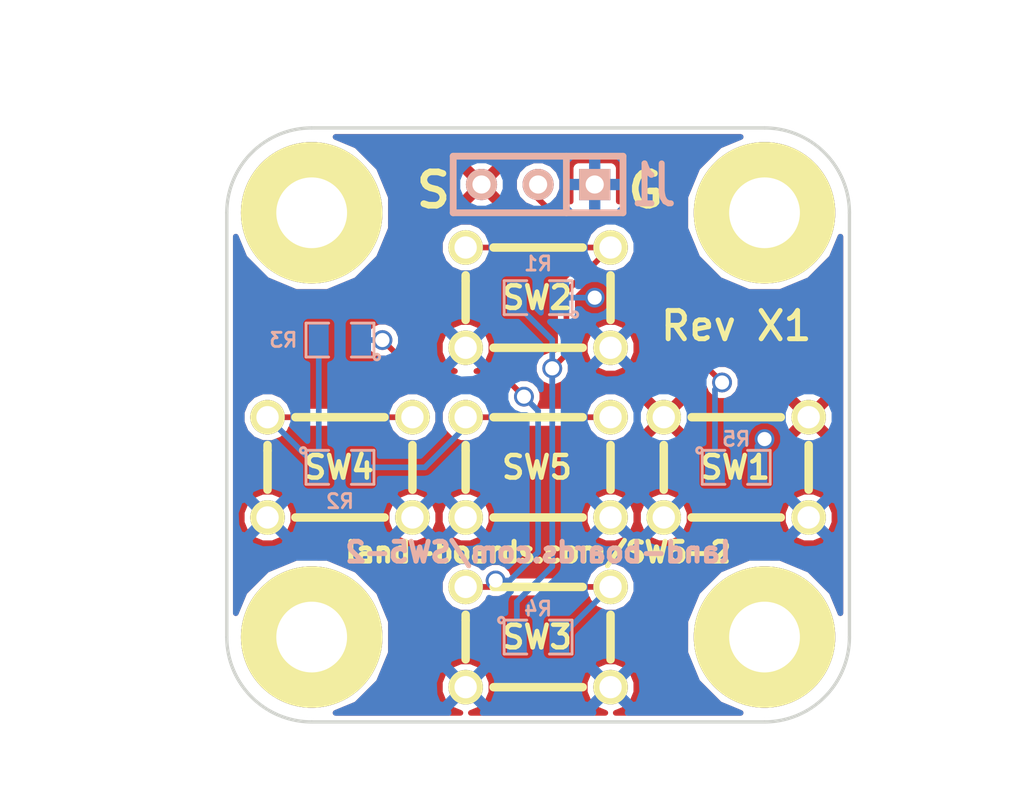
<source format=kicad_pcb>
(kicad_pcb (version 3) (host pcbnew "(2013-04-19 BZR 4011)-stable")

  (general
    (links 26)
    (no_connects 0)
    (area 130.124287 104.32288 178.485715 144.686)
    (thickness 1.6)
    (drawings 17)
    (tracks 50)
    (zones 0)
    (modules 15)
    (nets 8)
  )

  (page A3)
  (layers
    (15 F.Cu signal hide)
    (0 B.Cu signal hide)
    (18 B.Paste user)
    (19 F.Paste user)
    (20 B.SilkS user hide)
    (21 F.SilkS user)
    (22 B.Mask user)
    (23 F.Mask user)
    (24 Dwgs.User user)
    (28 Edge.Cuts user)
  )

  (setup
    (last_trace_width 0.254)
    (trace_clearance 0.254)
    (zone_clearance 0.2032)
    (zone_45_only no)
    (trace_min 0.254)
    (segment_width 0.2)
    (edge_width 0.15)
    (via_size 0.889)
    (via_drill 0.635)
    (via_min_size 0.889)
    (via_min_drill 0.508)
    (uvia_size 0.508)
    (uvia_drill 0.127)
    (uvias_allowed no)
    (uvia_min_size 0.508)
    (uvia_min_drill 0.127)
    (pcb_text_width 0.3)
    (pcb_text_size 1.5 1.5)
    (mod_edge_width 0.15)
    (mod_text_size 1.5 1.5)
    (mod_text_width 0.15)
    (pad_size 1.4 1.4)
    (pad_drill 0.6)
    (pad_to_mask_clearance 0.2)
    (aux_axis_origin 0 0)
    (visible_elements 7FFFFD97)
    (pcbplotparams
      (layerselection 284196865)
      (usegerberextensions true)
      (excludeedgelayer true)
      (linewidth 0)
      (plotframeref false)
      (viasonmask false)
      (mode 1)
      (useauxorigin false)
      (hpglpennumber 1)
      (hpglpenspeed 20)
      (hpglpendiameter 15)
      (hpglpenoverlay 2)
      (psnegative false)
      (psa4output false)
      (plotreference true)
      (plotvalue true)
      (plotothertext true)
      (plotinvisibletext false)
      (padsonsilk false)
      (subtractmaskfromsilk false)
      (outputformat 1)
      (mirror false)
      (drillshape 0)
      (scaleselection 1)
      (outputdirectory plots/))
  )

  (net 0 "")
  (net 1 /GND)
  (net 2 /SIG)
  (net 3 /VCC)
  (net 4 N-000001)
  (net 5 N-000002)
  (net 6 N-000003)
  (net 7 N-000005)

  (net_class Default "This is the default net class."
    (clearance 0.254)
    (trace_width 0.254)
    (via_dia 0.889)
    (via_drill 0.635)
    (uvia_dia 0.508)
    (uvia_drill 0.127)
    (add_net "")
    (add_net /GND)
    (add_net /SIG)
    (add_net /VCC)
    (add_net N-000001)
    (add_net N-000002)
    (add_net N-000003)
    (add_net N-000005)
  )

  (module SW-PB-6MM (layer F.Cu) (tedit 500C4C82) (tstamp 53BDD832)
    (at 162.56 128.27 180)
    (tags "SWITCH, OMRON")
    (path /53BDD5B6)
    (fp_text reference SW1 (at 0.0508 0 180) (layer F.SilkS)
      (effects (font (size 1.016 1.016) (thickness 0.2032)))
    )
    (fp_text value SW_PUSH_OMRON (at 0.20066 4.04876 180) (layer F.SilkS) hide
      (effects (font (size 1.016 1.016) (thickness 0.2032)))
    )
    (fp_line (start -3.2512 -1.00076) (end -3.2512 1.00076) (layer F.SilkS) (width 0.381))
    (fp_line (start -1.99898 2.25044) (end 1.99898 2.25044) (layer F.SilkS) (width 0.381))
    (fp_line (start 3.2512 -1.00076) (end 3.2512 0.7493) (layer F.SilkS) (width 0.381))
    (fp_line (start 3.2512 0.7493) (end 3.2512 1.00076) (layer F.SilkS) (width 0.381))
    (fp_line (start -1.99898 -2.25044) (end 1.99898 -2.25044) (layer F.SilkS) (width 0.381))
    (pad 2 thru_hole circle (at 3.2512 -2.25044 180) (size 1.5494 1.5494) (drill 1.00076)
      (layers *.Cu *.Mask F.SilkS)
      (net 1 /GND)
    )
    (pad 4 thru_hole circle (at 3.2512 2.25044 180) (size 1.5494 1.5494) (drill 1.00076)
      (layers *.Cu *.Mask F.SilkS)
      (net 2 /SIG)
    )
    (pad 1 thru_hole circle (at -3.2512 -2.25044 180) (size 1.5494 1.5494) (drill 1.00076)
      (layers *.Cu *.Mask F.SilkS)
      (net 1 /GND)
    )
    (pad 3 thru_hole circle (at -3.2512 2.25044 180) (size 1.5494 1.5494) (drill 1.00076)
      (layers *.Cu *.Mask F.SilkS)
      (net 2 /SIG)
    )
  )

  (module SW-PB-6MM (layer F.Cu) (tedit 53BDEED9) (tstamp 53BDD83F)
    (at 153.67 120.65 180)
    (tags "SWITCH, OMRON")
    (path /53BDD5C5)
    (fp_text reference SW2 (at 0.0508 0 180) (layer F.SilkS)
      (effects (font (size 1.016 1.016) (thickness 0.2032)))
    )
    (fp_text value SW_PUSH_OMRON (at 0.20066 4.04876 180) (layer F.SilkS) hide
      (effects (font (size 1.016 1.016) (thickness 0.2032)))
    )
    (fp_line (start -3.2512 -1.00076) (end -3.2512 1.00076) (layer F.SilkS) (width 0.381))
    (fp_line (start -1.99898 2.25044) (end 1.99898 2.25044) (layer F.SilkS) (width 0.381))
    (fp_line (start 3.2512 -1.00076) (end 3.2512 0.7493) (layer F.SilkS) (width 0.381))
    (fp_line (start 3.2512 0.7493) (end 3.2512 1.00076) (layer F.SilkS) (width 0.381))
    (fp_line (start -1.99898 -2.25044) (end 1.99898 -2.25044) (layer F.SilkS) (width 0.381))
    (pad 2 thru_hole circle (at 3.2512 -2.25044 180) (size 1.5494 1.5494) (drill 1.00076)
      (layers *.Cu *.Mask F.SilkS)
      (net 1 /GND)
    )
    (pad 4 thru_hole circle (at 3.2512 2.25044 180) (size 1.5494 1.5494) (drill 1.00076)
      (layers *.Cu *.Mask F.SilkS)
      (net 6 N-000003)
    )
    (pad 1 thru_hole circle (at -3.2512 -2.25044 180) (size 1.5494 1.5494) (drill 1.00076)
      (layers *.Cu *.Mask F.SilkS)
      (net 1 /GND)
    )
    (pad 3 thru_hole circle (at -3.2512 2.25044 180) (size 1.5494 1.5494) (drill 1.00076)
      (layers *.Cu *.Mask F.SilkS)
      (net 6 N-000003)
    )
  )

  (module SW-PB-6MM (layer F.Cu) (tedit 53BDDDFC) (tstamp 53BDD84C)
    (at 153.67 135.89 180)
    (tags "SWITCH, OMRON")
    (path /53BDD5D4)
    (fp_text reference SW3 (at 0.0508 0 180) (layer F.SilkS)
      (effects (font (size 1.016 1.016) (thickness 0.2032)))
    )
    (fp_text value SW_PUSH_OMRON (at 0.20066 4.04876 180) (layer F.SilkS) hide
      (effects (font (size 1.016 1.016) (thickness 0.2032)))
    )
    (fp_line (start -3.2512 -1.00076) (end -3.2512 1.00076) (layer F.SilkS) (width 0.381))
    (fp_line (start -1.99898 2.25044) (end 1.99898 2.25044) (layer F.SilkS) (width 0.381))
    (fp_line (start 3.2512 -1.00076) (end 3.2512 0.7493) (layer F.SilkS) (width 0.381))
    (fp_line (start 3.2512 0.7493) (end 3.2512 1.00076) (layer F.SilkS) (width 0.381))
    (fp_line (start -1.99898 -2.25044) (end 1.99898 -2.25044) (layer F.SilkS) (width 0.381))
    (pad 2 thru_hole circle (at 3.2512 -2.25044 180) (size 1.5494 1.5494) (drill 1.00076)
      (layers *.Cu *.Mask F.SilkS)
      (net 1 /GND)
    )
    (pad 4 thru_hole circle (at 3.2512 2.25044 180) (size 1.5494 1.5494) (drill 1.00076)
      (layers *.Cu *.Mask F.SilkS)
      (net 5 N-000002)
    )
    (pad 1 thru_hole circle (at -3.2512 -2.25044 180) (size 1.5494 1.5494) (drill 1.00076)
      (layers *.Cu *.Mask F.SilkS)
      (net 1 /GND)
    )
    (pad 3 thru_hole circle (at -3.2512 2.25044 180) (size 1.5494 1.5494) (drill 1.00076)
      (layers *.Cu *.Mask F.SilkS)
      (net 5 N-000002)
    )
  )

  (module SW-PB-6MM (layer F.Cu) (tedit 500C4C82) (tstamp 53BDD859)
    (at 144.78 128.27 180)
    (tags "SWITCH, OMRON")
    (path /53BDD5E3)
    (fp_text reference SW4 (at 0.0508 0 180) (layer F.SilkS)
      (effects (font (size 1.016 1.016) (thickness 0.2032)))
    )
    (fp_text value SW_PUSH_OMRON (at 0.20066 4.04876 180) (layer F.SilkS) hide
      (effects (font (size 1.016 1.016) (thickness 0.2032)))
    )
    (fp_line (start -3.2512 -1.00076) (end -3.2512 1.00076) (layer F.SilkS) (width 0.381))
    (fp_line (start -1.99898 2.25044) (end 1.99898 2.25044) (layer F.SilkS) (width 0.381))
    (fp_line (start 3.2512 -1.00076) (end 3.2512 0.7493) (layer F.SilkS) (width 0.381))
    (fp_line (start 3.2512 0.7493) (end 3.2512 1.00076) (layer F.SilkS) (width 0.381))
    (fp_line (start -1.99898 -2.25044) (end 1.99898 -2.25044) (layer F.SilkS) (width 0.381))
    (pad 2 thru_hole circle (at 3.2512 -2.25044 180) (size 1.5494 1.5494) (drill 1.00076)
      (layers *.Cu *.Mask F.SilkS)
      (net 1 /GND)
    )
    (pad 4 thru_hole circle (at 3.2512 2.25044 180) (size 1.5494 1.5494) (drill 1.00076)
      (layers *.Cu *.Mask F.SilkS)
      (net 4 N-000001)
    )
    (pad 1 thru_hole circle (at -3.2512 -2.25044 180) (size 1.5494 1.5494) (drill 1.00076)
      (layers *.Cu *.Mask F.SilkS)
      (net 1 /GND)
    )
    (pad 3 thru_hole circle (at -3.2512 2.25044 180) (size 1.5494 1.5494) (drill 1.00076)
      (layers *.Cu *.Mask F.SilkS)
      (net 4 N-000001)
    )
  )

  (module SW-PB-6MM (layer F.Cu) (tedit 500C4C82) (tstamp 53BDD866)
    (at 153.67 128.27 180)
    (tags "SWITCH, OMRON")
    (path /53BDD5F2)
    (fp_text reference SW5 (at 0.0508 0 180) (layer F.SilkS)
      (effects (font (size 1.016 1.016) (thickness 0.2032)))
    )
    (fp_text value SW_PUSH_OMRON (at 0.20066 4.04876 180) (layer F.SilkS) hide
      (effects (font (size 1.016 1.016) (thickness 0.2032)))
    )
    (fp_line (start -3.2512 -1.00076) (end -3.2512 1.00076) (layer F.SilkS) (width 0.381))
    (fp_line (start -1.99898 2.25044) (end 1.99898 2.25044) (layer F.SilkS) (width 0.381))
    (fp_line (start 3.2512 -1.00076) (end 3.2512 0.7493) (layer F.SilkS) (width 0.381))
    (fp_line (start 3.2512 0.7493) (end 3.2512 1.00076) (layer F.SilkS) (width 0.381))
    (fp_line (start -1.99898 -2.25044) (end 1.99898 -2.25044) (layer F.SilkS) (width 0.381))
    (pad 2 thru_hole circle (at 3.2512 -2.25044 180) (size 1.5494 1.5494) (drill 1.00076)
      (layers *.Cu *.Mask F.SilkS)
      (net 1 /GND)
    )
    (pad 4 thru_hole circle (at 3.2512 2.25044 180) (size 1.5494 1.5494) (drill 1.00076)
      (layers *.Cu *.Mask F.SilkS)
      (net 7 N-000005)
    )
    (pad 1 thru_hole circle (at -3.2512 -2.25044 180) (size 1.5494 1.5494) (drill 1.00076)
      (layers *.Cu *.Mask F.SilkS)
      (net 1 /GND)
    )
    (pad 3 thru_hole circle (at -3.2512 2.25044 180) (size 1.5494 1.5494) (drill 1.00076)
      (layers *.Cu *.Mask F.SilkS)
      (net 7 N-000005)
    )
  )

  (module SM0805 (layer B.Cu) (tedit 53BDEFE2) (tstamp 53BDD873)
    (at 144.78 128.27)
    (path /4FFDE4D8)
    (attr smd)
    (fp_text reference R2 (at 0 1.524) (layer B.SilkS)
      (effects (font (size 0.635 0.635) (thickness 0.127)) (justify mirror))
    )
    (fp_text value 1K (at 0 0) (layer B.SilkS) hide
      (effects (font (size 0.635 0.635) (thickness 0.127)) (justify mirror))
    )
    (fp_circle (center -1.651 -0.762) (end -1.651 -0.635) (layer B.SilkS) (width 0.127))
    (fp_line (start -0.508 -0.762) (end -1.524 -0.762) (layer B.SilkS) (width 0.127))
    (fp_line (start -1.524 -0.762) (end -1.524 0.762) (layer B.SilkS) (width 0.127))
    (fp_line (start -1.524 0.762) (end -0.508 0.762) (layer B.SilkS) (width 0.127))
    (fp_line (start 0.508 0.762) (end 1.524 0.762) (layer B.SilkS) (width 0.127))
    (fp_line (start 1.524 0.762) (end 1.524 -0.762) (layer B.SilkS) (width 0.127))
    (fp_line (start 1.524 -0.762) (end 0.508 -0.762) (layer B.SilkS) (width 0.127))
    (pad 1 smd rect (at -0.9525 0) (size 0.889 1.397)
      (layers B.Cu B.Paste B.Mask)
      (net 4 N-000001)
    )
    (pad 2 smd rect (at 0.9525 0) (size 0.889 1.397)
      (layers B.Cu B.Paste B.Mask)
      (net 7 N-000005)
    )
    (model smd/chip_cms.wrl
      (at (xyz 0 0 0))
      (scale (xyz 0.1 0.1 0.1))
      (rotate (xyz 0 0 0))
    )
  )

  (module SM0805 (layer B.Cu) (tedit 53BDEFF0) (tstamp 53BDD880)
    (at 153.67 120.65 180)
    (path /4FFDE4D7)
    (attr smd)
    (fp_text reference R1 (at 0 1.524 180) (layer B.SilkS)
      (effects (font (size 0.635 0.635) (thickness 0.127)) (justify mirror))
    )
    (fp_text value 3.3K (at 0 0 180) (layer B.SilkS) hide
      (effects (font (size 0.635 0.635) (thickness 0.127)) (justify mirror))
    )
    (fp_circle (center -1.651 -0.762) (end -1.651 -0.635) (layer B.SilkS) (width 0.127))
    (fp_line (start -0.508 -0.762) (end -1.524 -0.762) (layer B.SilkS) (width 0.127))
    (fp_line (start -1.524 -0.762) (end -1.524 0.762) (layer B.SilkS) (width 0.127))
    (fp_line (start -1.524 0.762) (end -0.508 0.762) (layer B.SilkS) (width 0.127))
    (fp_line (start 0.508 0.762) (end 1.524 0.762) (layer B.SilkS) (width 0.127))
    (fp_line (start 1.524 0.762) (end 1.524 -0.762) (layer B.SilkS) (width 0.127))
    (fp_line (start 1.524 -0.762) (end 0.508 -0.762) (layer B.SilkS) (width 0.127))
    (pad 1 smd rect (at -0.9525 0 180) (size 0.889 1.397)
      (layers B.Cu B.Paste B.Mask)
      (net 2 /SIG)
    )
    (pad 2 smd rect (at 0.9525 0 180) (size 0.889 1.397)
      (layers B.Cu B.Paste B.Mask)
      (net 6 N-000003)
    )
    (model smd/chip_cms.wrl
      (at (xyz 0 0 0))
      (scale (xyz 0.1 0.1 0.1))
      (rotate (xyz 0 0 0))
    )
  )

  (module SM0805 (layer B.Cu) (tedit 53BDEFD1) (tstamp 53BDD88D)
    (at 144.78 122.555 180)
    (path /4FFDE4D6)
    (attr smd)
    (fp_text reference R3 (at 2.54 0 180) (layer B.SilkS)
      (effects (font (size 0.635 0.635) (thickness 0.127)) (justify mirror))
    )
    (fp_text value 560 (at 0 0 180) (layer B.SilkS) hide
      (effects (font (size 0.635 0.635) (thickness 0.127)) (justify mirror))
    )
    (fp_circle (center -1.651 -0.762) (end -1.651 -0.635) (layer B.SilkS) (width 0.127))
    (fp_line (start -0.508 -0.762) (end -1.524 -0.762) (layer B.SilkS) (width 0.127))
    (fp_line (start -1.524 -0.762) (end -1.524 0.762) (layer B.SilkS) (width 0.127))
    (fp_line (start -1.524 0.762) (end -0.508 0.762) (layer B.SilkS) (width 0.127))
    (fp_line (start 0.508 0.762) (end 1.524 0.762) (layer B.SilkS) (width 0.127))
    (fp_line (start 1.524 0.762) (end 1.524 -0.762) (layer B.SilkS) (width 0.127))
    (fp_line (start 1.524 -0.762) (end 0.508 -0.762) (layer B.SilkS) (width 0.127))
    (pad 1 smd rect (at -0.9525 0 180) (size 0.889 1.397)
      (layers B.Cu B.Paste B.Mask)
      (net 5 N-000002)
    )
    (pad 2 smd rect (at 0.9525 0 180) (size 0.889 1.397)
      (layers B.Cu B.Paste B.Mask)
      (net 4 N-000001)
    )
    (model smd/chip_cms.wrl
      (at (xyz 0 0 0))
      (scale (xyz 0.1 0.1 0.1))
      (rotate (xyz 0 0 0))
    )
  )

  (module SM0805 (layer B.Cu) (tedit 53BDEFFE) (tstamp 53BDD89A)
    (at 153.67 135.89)
    (path /4FFDE4D5)
    (attr smd)
    (fp_text reference R4 (at 0 -1.27) (layer B.SilkS)
      (effects (font (size 0.635 0.635) (thickness 0.127)) (justify mirror))
    )
    (fp_text value 330 (at 0 0) (layer B.SilkS) hide
      (effects (font (size 0.635 0.635) (thickness 0.127)) (justify mirror))
    )
    (fp_circle (center -1.651 -0.762) (end -1.651 -0.635) (layer B.SilkS) (width 0.127))
    (fp_line (start -0.508 -0.762) (end -1.524 -0.762) (layer B.SilkS) (width 0.127))
    (fp_line (start -1.524 -0.762) (end -1.524 0.762) (layer B.SilkS) (width 0.127))
    (fp_line (start -1.524 0.762) (end -0.508 0.762) (layer B.SilkS) (width 0.127))
    (fp_line (start 0.508 0.762) (end 1.524 0.762) (layer B.SilkS) (width 0.127))
    (fp_line (start 1.524 0.762) (end 1.524 -0.762) (layer B.SilkS) (width 0.127))
    (fp_line (start 1.524 -0.762) (end 0.508 -0.762) (layer B.SilkS) (width 0.127))
    (pad 1 smd rect (at -0.9525 0) (size 0.889 1.397)
      (layers B.Cu B.Paste B.Mask)
      (net 6 N-000003)
    )
    (pad 2 smd rect (at 0.9525 0) (size 0.889 1.397)
      (layers B.Cu B.Paste B.Mask)
      (net 5 N-000002)
    )
    (model smd/chip_cms.wrl
      (at (xyz 0 0 0))
      (scale (xyz 0.1 0.1 0.1))
      (rotate (xyz 0 0 0))
    )
  )

  (module SM0805 (layer B.Cu) (tedit 53BDEFF7) (tstamp 53BDD8A7)
    (at 162.56 128.27)
    (path /4FFDE4D4)
    (attr smd)
    (fp_text reference R5 (at 0 -1.27) (layer B.SilkS)
      (effects (font (size 0.635 0.635) (thickness 0.127)) (justify mirror))
    )
    (fp_text value 1.8K (at 0 0) (layer B.SilkS) hide
      (effects (font (size 0.635 0.635) (thickness 0.127)) (justify mirror))
    )
    (fp_circle (center -1.651 -0.762) (end -1.651 -0.635) (layer B.SilkS) (width 0.127))
    (fp_line (start -0.508 -0.762) (end -1.524 -0.762) (layer B.SilkS) (width 0.127))
    (fp_line (start -1.524 -0.762) (end -1.524 0.762) (layer B.SilkS) (width 0.127))
    (fp_line (start -1.524 0.762) (end -0.508 0.762) (layer B.SilkS) (width 0.127))
    (fp_line (start 0.508 0.762) (end 1.524 0.762) (layer B.SilkS) (width 0.127))
    (fp_line (start 1.524 0.762) (end 1.524 -0.762) (layer B.SilkS) (width 0.127))
    (fp_line (start 1.524 -0.762) (end 0.508 -0.762) (layer B.SilkS) (width 0.127))
    (pad 1 smd rect (at -0.9525 0) (size 0.889 1.397)
      (layers B.Cu B.Paste B.Mask)
      (net 3 /VCC)
    )
    (pad 2 smd rect (at 0.9525 0) (size 0.889 1.397)
      (layers B.Cu B.Paste B.Mask)
      (net 2 /SIG)
    )
    (model smd/chip_cms.wrl
      (at (xyz 0 0 0))
      (scale (xyz 0.1 0.1 0.1))
      (rotate (xyz 0 0 0))
    )
  )

  (module SIL-3 (layer B.Cu) (tedit 4FE5D748) (tstamp 53BDD8B3)
    (at 153.67 115.57 180)
    (descr "Connecteur 3 pins")
    (tags "CONN DEV")
    (path /4FFDE544)
    (fp_text reference J1 (at -5.18668 -0.03048 180) (layer B.SilkS)
      (effects (font (size 1.7907 1.07696) (thickness 0.26924)) (justify mirror))
    )
    (fp_text value CONN_3 (at 2.94132 10.10412 180) (layer B.SilkS) hide
      (effects (font (size 1.524 1.016) (thickness 0.254)) (justify mirror))
    )
    (fp_line (start -3.81 -1.27) (end -3.81 1.27) (layer B.SilkS) (width 0.3048))
    (fp_line (start -3.81 1.27) (end 3.81 1.27) (layer B.SilkS) (width 0.3048))
    (fp_line (start 3.81 1.27) (end 3.81 -1.27) (layer B.SilkS) (width 0.3048))
    (fp_line (start 3.81 -1.27) (end -3.81 -1.27) (layer B.SilkS) (width 0.3048))
    (fp_line (start -1.27 1.27) (end -1.27 -1.27) (layer B.SilkS) (width 0.3048))
    (pad 1 thru_hole rect (at -2.54 0 180) (size 1.397 1.397) (drill 0.8128)
      (layers *.Cu *.Mask B.SilkS)
      (net 1 /GND)
    )
    (pad 2 thru_hole circle (at 0 0 180) (size 1.397 1.397) (drill 0.8128)
      (layers *.Cu *.Mask B.SilkS)
      (net 3 /VCC)
    )
    (pad 3 thru_hole circle (at 2.54 0 180) (size 1.397 1.397) (drill 0.8128)
      (layers *.Cu *.Mask B.SilkS)
      (net 2 /SIG)
    )
  )

  (module MTG-4-40 (layer F.Cu) (tedit 50F036E3) (tstamp 53BDD8B8)
    (at 163.83 135.89)
    (path /4FD64072)
    (fp_text reference MTG4 (at -6.858 -0.635) (layer F.SilkS) hide
      (effects (font (size 1.524 1.524) (thickness 0.3048)))
    )
    (fp_text value CONN_1 (at 0 -5.08) (layer F.SilkS) hide
      (effects (font (size 1.524 1.524) (thickness 0.3048)))
    )
    (pad 1 thru_hole circle (at 0 0) (size 6.35 6.35) (drill 3.175)
      (layers *.Cu *.Mask F.SilkS)
    )
  )

  (module MTG-4-40 (layer F.Cu) (tedit 50F036E3) (tstamp 53BDD8BD)
    (at 143.51 135.89)
    (path /4FD6406F)
    (fp_text reference MTG3 (at -6.858 -0.635) (layer F.SilkS) hide
      (effects (font (size 1.524 1.524) (thickness 0.3048)))
    )
    (fp_text value CONN_1 (at 0 -5.08) (layer F.SilkS) hide
      (effects (font (size 1.524 1.524) (thickness 0.3048)))
    )
    (pad 1 thru_hole circle (at 0 0) (size 6.35 6.35) (drill 3.175)
      (layers *.Cu *.Mask F.SilkS)
    )
  )

  (module MTG-4-40 (layer F.Cu) (tedit 53BDDBAD) (tstamp 53BDD8C2)
    (at 162.56 118.11)
    (path /4FD6406A)
    (fp_text reference MTG2 (at -6.858 -0.635) (layer F.SilkS) hide
      (effects (font (size 1.524 1.524) (thickness 0.3048)))
    )
    (fp_text value CONN_1 (at 0 -5.08) (layer F.SilkS) hide
      (effects (font (size 1.524 1.524) (thickness 0.3048)))
    )
    (pad 1 thru_hole circle (at 1.27 -1.27) (size 6.35 6.35) (drill 3.175)
      (layers *.Cu *.Mask F.SilkS)
    )
  )

  (module MTG-4-40 (layer F.Cu) (tedit 50F036E3) (tstamp 53BDD8C7)
    (at 143.51 116.84)
    (path /4FD64065)
    (fp_text reference MTG1 (at -6.858 -0.635) (layer F.SilkS) hide
      (effects (font (size 1.524 1.524) (thickness 0.3048)))
    )
    (fp_text value CONN_1 (at 0 -5.08) (layer F.SilkS) hide
      (effects (font (size 1.524 1.524) (thickness 0.3048)))
    )
    (pad 1 thru_hole circle (at 0 0) (size 6.35 6.35) (drill 3.175)
      (layers *.Cu *.Mask F.SilkS)
    )
  )

  (dimension 20.32 (width 0.3) (layer Dwgs.User)
    (gr_text "0.8000 in" (at 153.67 143.335999) (layer Dwgs.User)
      (effects (font (size 1.5 1.5) (thickness 0.3)))
    )
    (feature1 (pts (xy 163.83 135.89) (xy 163.83 144.685999)))
    (feature2 (pts (xy 143.51 135.89) (xy 143.51 144.685999)))
    (crossbar (pts (xy 143.51 141.985999) (xy 163.83 141.985999)))
    (arrow1a (pts (xy 163.83 141.985999) (xy 162.703497 142.572419)))
    (arrow1b (pts (xy 163.83 141.985999) (xy 162.703497 141.399579)))
    (arrow2a (pts (xy 143.51 141.985999) (xy 144.636503 142.572419)))
    (arrow2b (pts (xy 143.51 141.985999) (xy 144.636503 141.399579)))
  )
  (dimension 19.05 (width 0.3) (layer Dwgs.User)
    (gr_text "0.7500 in" (at 135.81 126.365 90) (layer Dwgs.User)
      (effects (font (size 1.5 1.5) (thickness 0.3)))
    )
    (feature1 (pts (xy 143.51 116.84) (xy 134.46 116.84)))
    (feature2 (pts (xy 143.51 135.89) (xy 134.46 135.89)))
    (crossbar (pts (xy 137.16 135.89) (xy 137.16 116.84)))
    (arrow1a (pts (xy 137.16 116.84) (xy 137.74642 117.966503)))
    (arrow1b (pts (xy 137.16 116.84) (xy 136.57358 117.966503)))
    (arrow2a (pts (xy 137.16 135.89) (xy 137.74642 134.763497)))
    (arrow2b (pts (xy 137.16 135.89) (xy 136.57358 134.763497)))
  )
  (gr_text "Rev X1" (at 162.56 121.92) (layer F.SilkS)
    (effects (font (size 1.27 1.27) (thickness 0.22225)))
  )
  (gr_text land-boards.com/SW5-2 (at 153.67 132.08) (layer B.SilkS)
    (effects (font (size 0.889 0.889) (thickness 0.22225)) (justify mirror))
  )
  (gr_text land-boards.com/SW5-2 (at 153.67 132.08) (layer F.SilkS)
    (effects (font (size 0.889 0.889) (thickness 0.22225)))
  )
  (gr_text S (at 148.971 115.824) (layer F.SilkS)
    (effects (font (size 1.5 1.5) (thickness 0.3)))
  )
  (gr_text G (at 158.496 115.824) (layer F.SilkS)
    (effects (font (size 1.5 1.5) (thickness 0.3)))
  )
  (gr_line (start 139.7 135.89) (end 139.7 116.84) (angle 90) (layer Edge.Cuts) (width 0.15))
  (gr_line (start 163.83 139.7) (end 143.51 139.7) (angle 90) (layer Edge.Cuts) (width 0.15))
  (gr_line (start 167.64 116.84) (end 167.64 135.89) (angle 90) (layer Edge.Cuts) (width 0.15))
  (gr_line (start 143.51 113.03) (end 163.83 113.03) (angle 90) (layer Edge.Cuts) (width 0.15))
  (gr_arc (start 143.51 135.89) (end 143.51 139.7) (angle 90) (layer Edge.Cuts) (width 0.15))
  (gr_arc (start 163.83 135.89) (end 167.64 135.89) (angle 90) (layer Edge.Cuts) (width 0.15))
  (gr_arc (start 163.83 116.84) (end 163.83 113.03) (angle 90) (layer Edge.Cuts) (width 0.15))
  (gr_arc (start 143.51 116.84) (end 139.7 116.84) (angle 90) (layer Edge.Cuts) (width 0.15))
  (dimension 27.94 (width 0.3) (layer Dwgs.User)
    (gr_text "1.1000 in" (at 153.67 109.140001) (layer Dwgs.User)
      (effects (font (size 1.5 1.5) (thickness 0.3)))
    )
    (feature1 (pts (xy 167.64 113.03) (xy 167.64 107.790001)))
    (feature2 (pts (xy 139.7 113.03) (xy 139.7 107.790001)))
    (crossbar (pts (xy 139.7 110.490001) (xy 167.64 110.490001)))
    (arrow1a (pts (xy 167.64 110.490001) (xy 166.513497 111.076421)))
    (arrow1b (pts (xy 167.64 110.490001) (xy 166.513497 109.903581)))
    (arrow2a (pts (xy 139.7 110.490001) (xy 140.826503 111.076421)))
    (arrow2b (pts (xy 139.7 110.490001) (xy 140.826503 109.903581)))
  )
  (dimension 26.67 (width 0.3) (layer Dwgs.User)
    (gr_text "1.0500 in" (at 172.8 126.365 90) (layer Dwgs.User)
      (effects (font (size 1.5 1.5) (thickness 0.3)))
    )
    (feature1 (pts (xy 167.64 113.03) (xy 174.15 113.03)))
    (feature2 (pts (xy 167.64 139.7) (xy 174.15 139.7)))
    (crossbar (pts (xy 171.45 139.7) (xy 171.45 113.03)))
    (arrow1a (pts (xy 171.45 113.03) (xy 172.03642 114.156503)))
    (arrow1b (pts (xy 171.45 113.03) (xy 170.86358 114.156503)))
    (arrow2a (pts (xy 171.45 139.7) (xy 172.03642 138.573497)))
    (arrow2b (pts (xy 171.45 139.7) (xy 170.86358 138.573497)))
  )

  (segment (start 154.6225 120.65) (end 156.21 120.65) (width 0.254) (layer B.Cu) (net 2))
  (via (at 156.21 120.65) (size 0.889) (layers F.Cu B.Cu) (net 2))
  (segment (start 163.5125 128.27) (end 163.5125 127.3175) (width 0.254) (layer B.Cu) (net 2))
  (via (at 163.83 127) (size 0.889) (layers F.Cu B.Cu) (net 2))
  (segment (start 163.5125 127.3175) (end 163.83 127) (width 0.254) (layer B.Cu) (net 2) (tstamp 53BDEABF))
  (segment (start 161.925 124.46) (end 158.75 121.285) (width 0.254) (layer F.Cu) (net 3))
  (segment (start 158.75 121.285) (end 158.75 118.11) (width 0.254) (layer F.Cu) (net 3) (tstamp 53BDEB27))
  (segment (start 161.6075 128.27) (end 161.6075 124.7775) (width 0.254) (layer B.Cu) (net 3))
  (segment (start 153.67 116.205) (end 153.67 115.57) (width 0.254) (layer F.Cu) (net 3) (tstamp 53BDE0C4))
  (segment (start 154.305 116.84) (end 153.67 116.205) (width 0.254) (layer F.Cu) (net 3) (tstamp 53BDE0C3))
  (segment (start 157.48 116.84) (end 154.305 116.84) (width 0.254) (layer F.Cu) (net 3) (tstamp 53BDE0C1))
  (segment (start 158.75 118.11) (end 157.48 116.84) (width 0.254) (layer F.Cu) (net 3) (tstamp 53BDEB2C))
  (via (at 161.925 124.46) (size 0.889) (layers F.Cu B.Cu) (net 3))
  (segment (start 161.6075 124.7775) (end 161.925 124.46) (width 0.254) (layer B.Cu) (net 3) (tstamp 53BDE0B6))
  (segment (start 143.8275 128.27) (end 143.77924 128.27) (width 0.254) (layer B.Cu) (net 4))
  (segment (start 143.77924 128.27) (end 141.5288 126.01956) (width 0.254) (layer B.Cu) (net 4) (tstamp 53BDDF10))
  (segment (start 143.8275 128.27) (end 143.8275 122.555) (width 0.254) (layer B.Cu) (net 4))
  (segment (start 141.5288 126.01956) (end 148.0312 126.01956) (width 0.254) (layer F.Cu) (net 4))
  (segment (start 153.035 125.095) (end 153.67 125.73) (width 0.254) (layer B.Cu) (net 5))
  (segment (start 152.4 133.35) (end 151.765 133.35) (width 0.254) (layer B.Cu) (net 5) (tstamp 53BDE989))
  (segment (start 153.67 132.08) (end 152.4 133.35) (width 0.254) (layer B.Cu) (net 5) (tstamp 53BDE987))
  (segment (start 153.67 125.73) (end 153.67 132.08) (width 0.254) (layer B.Cu) (net 5) (tstamp 53BDE986))
  (segment (start 150.4188 133.63956) (end 151.47544 133.63956) (width 0.254) (layer F.Cu) (net 5))
  (segment (start 146.685 122.555) (end 145.7325 122.555) (width 0.254) (layer B.Cu) (net 5) (tstamp 53BDE936))
  (via (at 146.685 122.555) (size 0.889) (layers F.Cu B.Cu) (net 5))
  (segment (start 148.59 124.46) (end 146.685 122.555) (width 0.254) (layer F.Cu) (net 5) (tstamp 53BDE92F))
  (segment (start 152.4 124.46) (end 148.59 124.46) (width 0.254) (layer F.Cu) (net 5) (tstamp 53BDE92E))
  (segment (start 153.035 125.095) (end 152.4 124.46) (width 0.254) (layer F.Cu) (net 5) (tstamp 53BDE92D))
  (via (at 153.035 125.095) (size 0.889) (layers F.Cu B.Cu) (net 5))
  (via (at 151.765 133.35) (size 0.889) (layers F.Cu B.Cu) (net 5))
  (segment (start 151.47544 133.63956) (end 151.765 133.35) (width 0.254) (layer F.Cu) (net 5) (tstamp 53BDE91F))
  (segment (start 154.6225 135.89) (end 154.67076 135.89) (width 0.254) (layer B.Cu) (net 5))
  (segment (start 154.67076 135.89) (end 156.9212 133.63956) (width 0.254) (layer B.Cu) (net 5) (tstamp 53BDDF2D))
  (segment (start 150.4188 133.63956) (end 156.9212 133.63956) (width 0.254) (layer F.Cu) (net 5))
  (segment (start 154.305 125.095) (end 154.305 123.825) (width 0.254) (layer B.Cu) (net 6))
  (segment (start 154.94 120.38076) (end 156.9212 118.39956) (width 0.254) (layer F.Cu) (net 6) (tstamp 53BDE8AF))
  (segment (start 154.94 123.19) (end 154.94 120.38076) (width 0.254) (layer F.Cu) (net 6) (tstamp 53BDE8AE))
  (segment (start 154.305 123.825) (end 154.94 123.19) (width 0.254) (layer F.Cu) (net 6) (tstamp 53BDE8AD))
  (via (at 154.305 123.825) (size 0.889) (layers F.Cu B.Cu) (net 6))
  (segment (start 152.7175 120.65) (end 152.7175 120.9675) (width 0.254) (layer B.Cu) (net 6))
  (segment (start 152.7175 134.3025) (end 152.7175 135.89) (width 0.254) (layer B.Cu) (net 6) (tstamp 53BDE7DE))
  (segment (start 154.305 132.715) (end 152.7175 134.3025) (width 0.254) (layer B.Cu) (net 6) (tstamp 53BDE7DB))
  (segment (start 154.305 122.555) (end 154.305 125.095) (width 0.254) (layer B.Cu) (net 6) (tstamp 53BDE7D8))
  (segment (start 154.305 125.095) (end 154.305 132.715) (width 0.254) (layer B.Cu) (net 6) (tstamp 53BDE8A9))
  (segment (start 152.7175 120.9675) (end 154.305 122.555) (width 0.254) (layer B.Cu) (net 6) (tstamp 53BDE7CA))
  (segment (start 150.4188 118.39956) (end 156.9212 118.39956) (width 0.254) (layer F.Cu) (net 6))
  (segment (start 145.7325 128.27) (end 148.59 128.27) (width 0.254) (layer B.Cu) (net 7))
  (segment (start 150.4188 126.4412) (end 150.4188 126.01956) (width 0.254) (layer B.Cu) (net 7) (tstamp 53BDDF17))
  (segment (start 148.59 128.27) (end 150.4188 126.4412) (width 0.254) (layer B.Cu) (net 7) (tstamp 53BDDF16))
  (segment (start 150.4188 126.01956) (end 156.9212 126.01956) (width 0.254) (layer F.Cu) (net 7))

  (zone (net 1) (net_name /GND) (layer B.Cu) (tstamp 53BDDD7B) (hatch edge 0.508)
    (connect_pads (clearance 0.2032))
    (min_thickness 0.254)
    (fill (arc_segments 16) (thermal_gap 0.508) (thermal_bridge_width 0.508))
    (polygon
      (pts
        (xy 139.7 116.84) (xy 143.51 113.03) (xy 163.83 113.03) (xy 167.64 116.84) (xy 167.64 135.89)
        (xy 163.83 139.7) (xy 143.51 139.7) (xy 139.7 135.255)
      )
    )
    (filled_polygon
      (pts
        (xy 167.2348 134.818348) (xy 167.232985 134.813955) (xy 167.232985 130.731171) (xy 167.205401 130.171037) (xy 167.044114 129.781656)
        (xy 166.9671 129.759192) (xy 166.9671 125.790686) (xy 166.791526 125.365764) (xy 166.466706 125.040377) (xy 166.042091 124.864062)
        (xy 165.582326 124.86366) (xy 165.157404 125.039234) (xy 164.832017 125.364054) (xy 164.655702 125.788669) (xy 164.6553 126.248434)
        (xy 164.830874 126.673356) (xy 165.155694 126.998743) (xy 165.580309 127.175058) (xy 166.040074 127.17546) (xy 166.464996 126.999886)
        (xy 166.790383 126.675066) (xy 166.966698 126.250451) (xy 166.9671 125.790686) (xy 166.9671 129.759192) (xy 166.800614 129.710631)
        (xy 166.621009 129.890236) (xy 166.621009 129.531026) (xy 166.549984 129.287526) (xy 166.021931 129.098655) (xy 165.461797 129.126239)
        (xy 165.072416 129.287526) (xy 165.001391 129.531026) (xy 165.8112 130.340835) (xy 166.621009 129.531026) (xy 166.621009 129.890236)
        (xy 165.990805 130.52044) (xy 166.800614 131.330249) (xy 167.044114 131.259224) (xy 167.232985 130.731171) (xy 167.232985 134.813955)
        (xy 166.846388 133.878319) (xy 166.621009 133.652546) (xy 166.621009 131.509854) (xy 165.8112 130.700045) (xy 165.631595 130.87965)
        (xy 165.631595 130.52044) (xy 164.821786 129.710631) (xy 164.655643 129.759092) (xy 164.655643 126.836518) (xy 164.530233 126.533002)
        (xy 164.298219 126.300583) (xy 163.994923 126.174643) (xy 163.666518 126.174357) (xy 163.363002 126.299767) (xy 163.130583 126.531781)
        (xy 163.004643 126.835077) (xy 163.004357 127.163482) (xy 163.015493 127.190434) (xy 162.992547 127.190434) (xy 162.852463 127.248316)
        (xy 162.750643 127.349957) (xy 162.750643 124.296518) (xy 162.625233 123.993002) (xy 162.393219 123.760583) (xy 162.089923 123.634643)
        (xy 161.761518 123.634357) (xy 161.458002 123.759767) (xy 161.225583 123.991781) (xy 161.099643 124.295077) (xy 161.099357 124.623482)
        (xy 161.120133 124.673766) (xy 161.0995 124.7775) (xy 161.0995 127.190434) (xy 161.087547 127.190434) (xy 160.947463 127.248316)
        (xy 160.840192 127.355399) (xy 160.782066 127.495382) (xy 160.781934 127.646953) (xy 160.781934 129.043953) (xy 160.839816 129.184037)
        (xy 160.946899 129.291308) (xy 161.086882 129.349434) (xy 161.238453 129.349566) (xy 162.127453 129.349566) (xy 162.267537 129.291684)
        (xy 162.374808 129.184601) (xy 162.432934 129.044618) (xy 162.433066 128.893047) (xy 162.433066 127.496047) (xy 162.375184 127.355963)
        (xy 162.268101 127.248692) (xy 162.128118 127.190566) (xy 162.1155 127.190555) (xy 162.1155 125.274479) (xy 162.391998 125.160233)
        (xy 162.624417 124.928219) (xy 162.750357 124.624923) (xy 162.750643 124.296518) (xy 162.750643 127.349957) (xy 162.745192 127.355399)
        (xy 162.687066 127.495382) (xy 162.686934 127.646953) (xy 162.686934 129.043953) (xy 162.744816 129.184037) (xy 162.851899 129.291308)
        (xy 162.991882 129.349434) (xy 163.143453 129.349566) (xy 164.032453 129.349566) (xy 164.172537 129.291684) (xy 164.279808 129.184601)
        (xy 164.337934 129.044618) (xy 164.338066 128.893047) (xy 164.338066 127.659236) (xy 164.529417 127.468219) (xy 164.655357 127.164923)
        (xy 164.655643 126.836518) (xy 164.655643 129.759092) (xy 164.578286 129.781656) (xy 164.389415 130.309709) (xy 164.416999 130.869843)
        (xy 164.578286 131.259224) (xy 164.821786 131.330249) (xy 165.631595 130.52044) (xy 165.631595 130.87965) (xy 165.001391 131.509854)
        (xy 165.072416 131.753354) (xy 165.600469 131.942225) (xy 166.160603 131.914641) (xy 166.549984 131.753354) (xy 166.621009 131.509854)
        (xy 166.621009 133.652546) (xy 165.846942 132.877128) (xy 164.540435 132.334619) (xy 163.125771 132.333384) (xy 161.818319 132.873612)
        (xy 160.817128 133.873058) (xy 160.730585 134.081476) (xy 160.730585 130.731171) (xy 160.703001 130.171037) (xy 160.541714 129.781656)
        (xy 160.4647 129.759192) (xy 160.4647 125.790686) (xy 160.289126 125.365764) (xy 159.964306 125.040377) (xy 159.539691 124.864062)
        (xy 159.079926 124.86366) (xy 158.655004 125.039234) (xy 158.342985 125.350709) (xy 158.342985 123.111171) (xy 158.315401 122.551037)
        (xy 158.154114 122.161656) (xy 158.0771 122.139192) (xy 158.0771 118.170686) (xy 157.901526 117.745764) (xy 157.576706 117.420377)
        (xy 157.54361 117.406634) (xy 157.54361 116.142745) (xy 157.54361 114.997255) (xy 157.543389 114.744636) (xy 157.446513 114.511332)
        (xy 157.267729 114.332859) (xy 157.034255 114.23639) (xy 156.49575 114.2365) (xy 156.337 114.39525) (xy 156.337 115.443)
        (xy 157.38475 115.443) (xy 157.5435 115.28425) (xy 157.54361 114.997255) (xy 157.54361 116.142745) (xy 157.5435 115.85575)
        (xy 157.38475 115.697) (xy 156.337 115.697) (xy 156.337 116.74475) (xy 156.49575 116.9035) (xy 157.034255 116.90361)
        (xy 157.267729 116.807141) (xy 157.446513 116.628668) (xy 157.543389 116.395364) (xy 157.54361 116.142745) (xy 157.54361 117.406634)
        (xy 157.152091 117.244062) (xy 156.692326 117.24366) (xy 156.267404 117.419234) (xy 156.083 117.603316) (xy 156.083 116.74475)
        (xy 156.083 115.697) (xy 156.083 115.443) (xy 156.083 114.39525) (xy 155.92425 114.2365) (xy 155.385745 114.23639)
        (xy 155.152271 114.332859) (xy 154.973487 114.511332) (xy 154.876611 114.744636) (xy 154.87639 114.997255) (xy 154.8765 115.28425)
        (xy 155.03525 115.443) (xy 156.083 115.443) (xy 156.083 115.697) (xy 155.03525 115.697) (xy 154.8765 115.85575)
        (xy 154.87639 116.142745) (xy 154.876611 116.395364) (xy 154.973487 116.628668) (xy 155.152271 116.807141) (xy 155.385745 116.90361)
        (xy 155.92425 116.9035) (xy 156.083 116.74475) (xy 156.083 117.603316) (xy 155.942017 117.744054) (xy 155.765702 118.168669)
        (xy 155.7653 118.628434) (xy 155.940874 119.053356) (xy 156.265694 119.378743) (xy 156.690309 119.555058) (xy 157.150074 119.55546)
        (xy 157.574996 119.379886) (xy 157.900383 119.055066) (xy 158.076698 118.630451) (xy 158.0771 118.170686) (xy 158.0771 122.139192)
        (xy 157.910614 122.090631) (xy 157.731009 122.270236) (xy 157.731009 121.911026) (xy 157.659984 121.667526) (xy 157.131931 121.478655)
        (xy 157.035643 121.483396) (xy 157.035643 120.486518) (xy 156.910233 120.183002) (xy 156.678219 119.950583) (xy 156.374923 119.824643)
        (xy 156.046518 119.824357) (xy 155.743002 119.949767) (xy 155.550433 120.142) (xy 155.448066 120.142) (xy 155.448066 119.876047)
        (xy 155.390184 119.735963) (xy 155.283101 119.628692) (xy 155.143118 119.570566) (xy 154.991547 119.570434) (xy 154.749686 119.570434)
        (xy 154.749686 115.356216) (xy 154.585689 114.959312) (xy 154.282286 114.655379) (xy 153.885668 114.490688) (xy 153.456216 114.490314)
        (xy 153.059312 114.654311) (xy 152.755379 114.957714) (xy 152.590688 115.354332) (xy 152.590314 115.783784) (xy 152.754311 116.180688)
        (xy 153.057714 116.484621) (xy 153.454332 116.649312) (xy 153.883784 116.649686) (xy 154.280688 116.485689) (xy 154.584621 116.182286)
        (xy 154.749312 115.785668) (xy 154.749686 115.356216) (xy 154.749686 119.570434) (xy 154.102547 119.570434) (xy 153.962463 119.628316)
        (xy 153.855192 119.735399) (xy 153.797066 119.875382) (xy 153.796934 120.026953) (xy 153.796934 121.328514) (xy 153.543066 121.074646)
        (xy 153.543066 119.876047) (xy 153.485184 119.735963) (xy 153.378101 119.628692) (xy 153.238118 119.570566) (xy 153.086547 119.570434)
        (xy 152.209686 119.570434) (xy 152.209686 115.356216) (xy 152.045689 114.959312) (xy 151.742286 114.655379) (xy 151.345668 114.490688)
        (xy 150.916216 114.490314) (xy 150.519312 114.654311) (xy 150.215379 114.957714) (xy 150.050688 115.354332) (xy 150.050314 115.783784)
        (xy 150.214311 116.180688) (xy 150.517714 116.484621) (xy 150.914332 116.649312) (xy 151.343784 116.649686) (xy 151.740688 116.485689)
        (xy 152.044621 116.182286) (xy 152.209312 115.785668) (xy 152.209686 115.356216) (xy 152.209686 119.570434) (xy 152.197547 119.570434)
        (xy 152.057463 119.628316) (xy 151.950192 119.735399) (xy 151.892066 119.875382) (xy 151.891934 120.026953) (xy 151.891934 121.423953)
        (xy 151.949816 121.564037) (xy 152.056899 121.671308) (xy 152.196882 121.729434) (xy 152.348453 121.729566) (xy 152.761146 121.729566)
        (xy 153.797 122.76542) (xy 153.797 123.165697) (xy 153.605583 123.356781) (xy 153.479643 123.660077) (xy 153.479357 123.988482)
        (xy 153.604767 124.291998) (xy 153.797 124.484566) (xy 153.797 124.777489) (xy 153.735233 124.628002) (xy 153.503219 124.395583)
        (xy 153.199923 124.269643) (xy 152.871518 124.269357) (xy 152.568002 124.394767) (xy 152.335583 124.626781) (xy 152.209643 124.930077)
        (xy 152.209357 125.258482) (xy 152.334767 125.561998) (xy 152.566781 125.794417) (xy 152.870077 125.920357) (xy 153.142173 125.920593)
        (xy 153.162 125.94042) (xy 153.162 131.86958) (xy 152.307043 132.724536) (xy 152.233219 132.650583) (xy 151.929923 132.524643)
        (xy 151.840585 132.524565) (xy 151.840585 130.731171) (xy 151.840585 123.111171) (xy 151.813001 122.551037) (xy 151.651714 122.161656)
        (xy 151.5747 122.139192) (xy 151.5747 118.170686) (xy 151.399126 117.745764) (xy 151.074306 117.420377) (xy 150.649691 117.244062)
        (xy 150.189926 117.24366) (xy 149.765004 117.419234) (xy 149.439617 117.744054) (xy 149.263302 118.168669) (xy 149.2629 118.628434)
        (xy 149.438474 119.053356) (xy 149.763294 119.378743) (xy 150.187909 119.555058) (xy 150.647674 119.55546) (xy 151.072596 119.379886)
        (xy 151.397983 119.055066) (xy 151.574298 118.630451) (xy 151.5747 118.170686) (xy 151.5747 122.139192) (xy 151.408214 122.090631)
        (xy 151.228609 122.270236) (xy 151.228609 121.911026) (xy 151.157584 121.667526) (xy 150.629531 121.478655) (xy 150.069397 121.506239)
        (xy 149.680016 121.667526) (xy 149.608991 121.911026) (xy 150.4188 122.720835) (xy 151.228609 121.911026) (xy 151.228609 122.270236)
        (xy 150.598405 122.90044) (xy 151.408214 123.710249) (xy 151.651714 123.639224) (xy 151.840585 123.111171) (xy 151.840585 130.731171)
        (xy 151.813001 130.171037) (xy 151.651714 129.781656) (xy 151.5747 129.759192) (xy 151.5747 125.790686) (xy 151.399126 125.365764)
        (xy 151.228609 125.194949) (xy 151.228609 123.889854) (xy 150.4188 123.080045) (xy 150.239195 123.25965) (xy 150.239195 122.90044)
        (xy 149.429386 122.090631) (xy 149.185886 122.161656) (xy 148.997015 122.689709) (xy 149.024599 123.249843) (xy 149.185886 123.639224)
        (xy 149.429386 123.710249) (xy 150.239195 122.90044) (xy 150.239195 123.25965) (xy 149.608991 123.889854) (xy 149.680016 124.133354)
        (xy 150.208069 124.322225) (xy 150.768203 124.294641) (xy 151.157584 124.133354) (xy 151.228609 123.889854) (xy 151.228609 125.194949)
        (xy 151.074306 125.040377) (xy 150.649691 124.864062) (xy 150.189926 124.86366) (xy 149.765004 125.039234) (xy 149.439617 125.364054)
        (xy 149.263302 125.788669) (xy 149.2629 126.248434) (xy 149.438474 126.673356) (xy 149.453335 126.688243) (xy 149.1871 126.954478)
        (xy 149.1871 125.790686) (xy 149.011526 125.365764) (xy 148.686706 125.040377) (xy 148.262091 124.864062) (xy 147.802326 124.86366)
        (xy 147.510643 124.98418) (xy 147.510643 122.391518) (xy 147.385233 122.088002) (xy 147.153219 121.855583) (xy 146.849923 121.729643)
        (xy 146.536713 121.72937) (xy 146.500184 121.640963) (xy 146.393101 121.533692) (xy 146.253118 121.475566) (xy 146.101547 121.475434)
        (xy 145.212547 121.475434) (xy 145.072463 121.533316) (xy 144.965192 121.640399) (xy 144.907066 121.780382) (xy 144.906934 121.931953)
        (xy 144.906934 123.328953) (xy 144.964816 123.469037) (xy 145.071899 123.576308) (xy 145.211882 123.634434) (xy 145.363453 123.634566)
        (xy 146.252453 123.634566) (xy 146.392537 123.576684) (xy 146.499808 123.469601) (xy 146.536859 123.380371) (xy 146.848482 123.380643)
        (xy 147.151998 123.255233) (xy 147.384417 123.023219) (xy 147.510357 122.719923) (xy 147.510643 122.391518) (xy 147.510643 124.98418)
        (xy 147.377404 125.039234) (xy 147.052017 125.364054) (xy 146.875702 125.788669) (xy 146.8753 126.248434) (xy 147.050874 126.673356)
        (xy 147.375694 126.998743) (xy 147.800309 127.175058) (xy 148.260074 127.17546) (xy 148.684996 126.999886) (xy 149.010383 126.675066)
        (xy 149.186698 126.250451) (xy 149.1871 125.790686) (xy 149.1871 126.954478) (xy 148.379579 127.762) (xy 146.558066 127.762)
        (xy 146.558066 127.496047) (xy 146.500184 127.355963) (xy 146.393101 127.248692) (xy 146.253118 127.190566) (xy 146.101547 127.190434)
        (xy 145.212547 127.190434) (xy 145.072463 127.248316) (xy 144.965192 127.355399) (xy 144.907066 127.495382) (xy 144.906934 127.646953)
        (xy 144.906934 129.043953) (xy 144.964816 129.184037) (xy 145.071899 129.291308) (xy 145.211882 129.349434) (xy 145.363453 129.349566)
        (xy 146.252453 129.349566) (xy 146.392537 129.291684) (xy 146.499808 129.184601) (xy 146.557934 129.044618) (xy 146.558066 128.893047)
        (xy 146.558066 128.778) (xy 148.59 128.778) (xy 148.784403 128.739331) (xy 148.94921 128.62921) (xy 150.403174 127.175246)
        (xy 150.647674 127.17546) (xy 151.072596 126.999886) (xy 151.397983 126.675066) (xy 151.574298 126.250451) (xy 151.5747 125.790686)
        (xy 151.5747 129.759192) (xy 151.408214 129.710631) (xy 151.228609 129.890236) (xy 151.228609 129.531026) (xy 151.157584 129.287526)
        (xy 150.629531 129.098655) (xy 150.069397 129.126239) (xy 149.680016 129.287526) (xy 149.608991 129.531026) (xy 150.4188 130.340835)
        (xy 151.228609 129.531026) (xy 151.228609 129.890236) (xy 150.598405 130.52044) (xy 151.408214 131.330249) (xy 151.651714 131.259224)
        (xy 151.840585 130.731171) (xy 151.840585 132.524565) (xy 151.601518 132.524357) (xy 151.298002 132.649767) (xy 151.228609 132.719038)
        (xy 151.228609 131.509854) (xy 150.4188 130.700045) (xy 150.239195 130.87965) (xy 150.239195 130.52044) (xy 149.429386 129.710631)
        (xy 149.225 129.770247) (xy 149.020614 129.710631) (xy 148.841009 129.890236) (xy 148.841009 129.531026) (xy 148.769984 129.287526)
        (xy 148.241931 129.098655) (xy 147.681797 129.126239) (xy 147.292416 129.287526) (xy 147.221391 129.531026) (xy 148.0312 130.340835)
        (xy 148.841009 129.531026) (xy 148.841009 129.890236) (xy 148.210805 130.52044) (xy 149.020614 131.330249) (xy 149.225 131.270632)
        (xy 149.429386 131.330249) (xy 150.239195 130.52044) (xy 150.239195 130.87965) (xy 149.608991 131.509854) (xy 149.680016 131.753354)
        (xy 150.208069 131.942225) (xy 150.768203 131.914641) (xy 151.157584 131.753354) (xy 151.228609 131.509854) (xy 151.228609 132.719038)
        (xy 151.180653 132.76691) (xy 151.074306 132.660377) (xy 150.649691 132.484062) (xy 150.189926 132.48366) (xy 149.765004 132.659234)
        (xy 149.439617 132.984054) (xy 149.263302 133.408669) (xy 149.2629 133.868434) (xy 149.438474 134.293356) (xy 149.763294 134.618743)
        (xy 150.187909 134.795058) (xy 150.647674 134.79546) (xy 151.072596 134.619886) (xy 151.397983 134.295066) (xy 151.4701 134.121386)
        (xy 151.600077 134.175357) (xy 151.928482 134.175643) (xy 152.231998 134.050233) (xy 152.430679 133.851897) (xy 152.4544 133.847179)
        (xy 152.35829 133.94329) (xy 152.248169 134.108097) (xy 152.2095 134.3025) (xy 152.2095 134.810434) (xy 152.197547 134.810434)
        (xy 152.057463 134.868316) (xy 151.950192 134.975399) (xy 151.892066 135.115382) (xy 151.891934 135.266953) (xy 151.891934 136.663953)
        (xy 151.949816 136.804037) (xy 152.056899 136.911308) (xy 152.196882 136.969434) (xy 152.348453 136.969566) (xy 153.237453 136.969566)
        (xy 153.377537 136.911684) (xy 153.484808 136.804601) (xy 153.542934 136.664618) (xy 153.543066 136.513047) (xy 153.543066 135.116047)
        (xy 153.485184 134.975963) (xy 153.378101 134.868692) (xy 153.238118 134.810566) (xy 153.2255 134.810555) (xy 153.2255 134.51292)
        (xy 154.66421 133.07421) (xy 154.774331 132.909403) (xy 154.813 132.715) (xy 154.813 125.095) (xy 154.813 124.484302)
        (xy 155.004417 124.293219) (xy 155.130357 123.989923) (xy 155.130643 123.661518) (xy 155.005233 123.358002) (xy 154.813 123.165433)
        (xy 154.813 122.555) (xy 154.774331 122.360597) (xy 154.66421 122.19579) (xy 154.197937 121.729517) (xy 154.253453 121.729566)
        (xy 155.142453 121.729566) (xy 155.282537 121.671684) (xy 155.389808 121.564601) (xy 155.447934 121.424618) (xy 155.448066 121.273047)
        (xy 155.448066 121.158) (xy 155.550697 121.158) (xy 155.741781 121.349417) (xy 156.045077 121.475357) (xy 156.373482 121.475643)
        (xy 156.676998 121.350233) (xy 156.909417 121.118219) (xy 157.035357 120.814923) (xy 157.035643 120.486518) (xy 157.035643 121.483396)
        (xy 156.571797 121.506239) (xy 156.182416 121.667526) (xy 156.111391 121.911026) (xy 156.9212 122.720835) (xy 157.731009 121.911026)
        (xy 157.731009 122.270236) (xy 157.100805 122.90044) (xy 157.910614 123.710249) (xy 158.154114 123.639224) (xy 158.342985 123.111171)
        (xy 158.342985 125.350709) (xy 158.329617 125.364054) (xy 158.153302 125.788669) (xy 158.1529 126.248434) (xy 158.328474 126.673356)
        (xy 158.653294 126.998743) (xy 159.077909 127.175058) (xy 159.537674 127.17546) (xy 159.962596 126.999886) (xy 160.287983 126.675066)
        (xy 160.464298 126.250451) (xy 160.4647 125.790686) (xy 160.4647 129.759192) (xy 160.298214 129.710631) (xy 160.118609 129.890236)
        (xy 160.118609 129.531026) (xy 160.047584 129.287526) (xy 159.519531 129.098655) (xy 158.959397 129.126239) (xy 158.570016 129.287526)
        (xy 158.498991 129.531026) (xy 159.3088 130.340835) (xy 160.118609 129.531026) (xy 160.118609 129.890236) (xy 159.488405 130.52044)
        (xy 160.298214 131.330249) (xy 160.541714 131.259224) (xy 160.730585 130.731171) (xy 160.730585 134.081476) (xy 160.274619 135.179565)
        (xy 160.273384 136.594229) (xy 160.813612 137.901681) (xy 161.813058 138.902872) (xy 162.756925 139.2948) (xy 160.118609 139.2948)
        (xy 160.118609 131.509854) (xy 159.3088 130.700045) (xy 159.129195 130.87965) (xy 159.129195 130.52044) (xy 158.319386 129.710631)
        (xy 158.115 129.770247) (xy 158.0771 129.759192) (xy 158.0771 125.790686) (xy 157.901526 125.365764) (xy 157.731009 125.194949)
        (xy 157.731009 123.889854) (xy 156.9212 123.080045) (xy 156.741595 123.25965) (xy 156.741595 122.90044) (xy 155.931786 122.090631)
        (xy 155.688286 122.161656) (xy 155.499415 122.689709) (xy 155.526999 123.249843) (xy 155.688286 123.639224) (xy 155.931786 123.710249)
        (xy 156.741595 122.90044) (xy 156.741595 123.25965) (xy 156.111391 123.889854) (xy 156.182416 124.133354) (xy 156.710469 124.322225)
        (xy 157.270603 124.294641) (xy 157.659984 124.133354) (xy 157.731009 123.889854) (xy 157.731009 125.194949) (xy 157.576706 125.040377)
        (xy 157.152091 124.864062) (xy 156.692326 124.86366) (xy 156.267404 125.039234) (xy 155.942017 125.364054) (xy 155.765702 125.788669)
        (xy 155.7653 126.248434) (xy 155.940874 126.673356) (xy 156.265694 126.998743) (xy 156.690309 127.175058) (xy 157.150074 127.17546)
        (xy 157.574996 126.999886) (xy 157.900383 126.675066) (xy 158.076698 126.250451) (xy 158.0771 125.790686) (xy 158.0771 129.759192)
        (xy 157.910614 129.710631) (xy 157.731009 129.890236) (xy 157.731009 129.531026) (xy 157.659984 129.287526) (xy 157.131931 129.098655)
        (xy 156.571797 129.126239) (xy 156.182416 129.287526) (xy 156.111391 129.531026) (xy 156.9212 130.340835) (xy 157.731009 129.531026)
        (xy 157.731009 129.890236) (xy 157.100805 130.52044) (xy 157.910614 131.330249) (xy 158.115 131.270632) (xy 158.319386 131.330249)
        (xy 159.129195 130.52044) (xy 159.129195 130.87965) (xy 158.498991 131.509854) (xy 158.570016 131.753354) (xy 159.098069 131.942225)
        (xy 159.658203 131.914641) (xy 160.047584 131.753354) (xy 160.118609 131.509854) (xy 160.118609 139.2948) (xy 158.342985 139.2948)
        (xy 158.342985 138.351171) (xy 158.315401 137.791037) (xy 158.154114 137.401656) (xy 158.0771 137.379192) (xy 158.0771 133.410686)
        (xy 157.901526 132.985764) (xy 157.731009 132.814949) (xy 157.731009 131.509854) (xy 156.9212 130.700045) (xy 156.741595 130.87965)
        (xy 156.741595 130.52044) (xy 155.931786 129.710631) (xy 155.688286 129.781656) (xy 155.499415 130.309709) (xy 155.526999 130.869843)
        (xy 155.688286 131.259224) (xy 155.931786 131.330249) (xy 156.741595 130.52044) (xy 156.741595 130.87965) (xy 156.111391 131.509854)
        (xy 156.182416 131.753354) (xy 156.710469 131.942225) (xy 157.270603 131.914641) (xy 157.659984 131.753354) (xy 157.731009 131.509854)
        (xy 157.731009 132.814949) (xy 157.576706 132.660377) (xy 157.152091 132.484062) (xy 156.692326 132.48366) (xy 156.267404 132.659234)
        (xy 155.942017 132.984054) (xy 155.765702 133.408669) (xy 155.7653 133.868434) (xy 155.826292 134.016046) (xy 155.03187 134.810469)
        (xy 154.991547 134.810434) (xy 154.102547 134.810434) (xy 153.962463 134.868316) (xy 153.855192 134.975399) (xy 153.797066 135.115382)
        (xy 153.796934 135.266953) (xy 153.796934 136.663953) (xy 153.854816 136.804037) (xy 153.961899 136.911308) (xy 154.101882 136.969434)
        (xy 154.253453 136.969566) (xy 155.142453 136.969566) (xy 155.282537 136.911684) (xy 155.389808 136.804601) (xy 155.447934 136.664618)
        (xy 155.448066 136.513047) (xy 155.448066 135.831114) (xy 156.544618 134.734562) (xy 156.690309 134.795058) (xy 157.150074 134.79546)
        (xy 157.574996 134.619886) (xy 157.900383 134.295066) (xy 158.076698 133.870451) (xy 158.0771 133.410686) (xy 158.0771 137.379192)
        (xy 157.910614 137.330631) (xy 157.731009 137.510236) (xy 157.731009 137.151026) (xy 157.659984 136.907526) (xy 157.131931 136.718655)
        (xy 156.571797 136.746239) (xy 156.182416 136.907526) (xy 156.111391 137.151026) (xy 156.9212 137.960835) (xy 157.731009 137.151026)
        (xy 157.731009 137.510236) (xy 157.100805 138.14044) (xy 157.910614 138.950249) (xy 158.154114 138.879224) (xy 158.342985 138.351171)
        (xy 158.342985 139.2948) (xy 157.682896 139.2948) (xy 157.731009 139.129854) (xy 156.9212 138.320045) (xy 156.741595 138.49965)
        (xy 156.741595 138.14044) (xy 155.931786 137.330631) (xy 155.688286 137.401656) (xy 155.499415 137.929709) (xy 155.526999 138.489843)
        (xy 155.688286 138.879224) (xy 155.931786 138.950249) (xy 156.741595 138.14044) (xy 156.741595 138.49965) (xy 156.111391 139.129854)
        (xy 156.159503 139.2948) (xy 151.840585 139.2948) (xy 151.840585 138.351171) (xy 151.813001 137.791037) (xy 151.651714 137.401656)
        (xy 151.408214 137.330631) (xy 151.228609 137.510236) (xy 151.228609 137.151026) (xy 151.157584 136.907526) (xy 150.629531 136.718655)
        (xy 150.069397 136.746239) (xy 149.680016 136.907526) (xy 149.608991 137.151026) (xy 150.4188 137.960835) (xy 151.228609 137.151026)
        (xy 151.228609 137.510236) (xy 150.598405 138.14044) (xy 151.408214 138.950249) (xy 151.651714 138.879224) (xy 151.840585 138.351171)
        (xy 151.840585 139.2948) (xy 151.180496 139.2948) (xy 151.228609 139.129854) (xy 150.4188 138.320045) (xy 150.239195 138.49965)
        (xy 150.239195 138.14044) (xy 149.429386 137.330631) (xy 149.185886 137.401656) (xy 148.997015 137.929709) (xy 149.024599 138.489843)
        (xy 149.185886 138.879224) (xy 149.429386 138.950249) (xy 150.239195 138.14044) (xy 150.239195 138.49965) (xy 149.608991 139.129854)
        (xy 149.657103 139.2948) (xy 148.841009 139.2948) (xy 148.841009 131.509854) (xy 148.0312 130.700045) (xy 147.851595 130.87965)
        (xy 147.851595 130.52044) (xy 147.041786 129.710631) (xy 146.798286 129.781656) (xy 146.609415 130.309709) (xy 146.636999 130.869843)
        (xy 146.798286 131.259224) (xy 147.041786 131.330249) (xy 147.851595 130.52044) (xy 147.851595 130.87965) (xy 147.221391 131.509854)
        (xy 147.292416 131.753354) (xy 147.820469 131.942225) (xy 148.380603 131.914641) (xy 148.769984 131.753354) (xy 148.841009 131.509854)
        (xy 148.841009 139.2948) (xy 144.581651 139.2948) (xy 145.521681 138.906388) (xy 146.522872 137.906942) (xy 147.065381 136.600435)
        (xy 147.066616 135.185771) (xy 146.526388 133.878319) (xy 145.526942 132.877128) (xy 144.653066 132.514263) (xy 144.653066 128.893047)
        (xy 144.653066 127.496047) (xy 144.595184 127.355963) (xy 144.488101 127.248692) (xy 144.348118 127.190566) (xy 144.3355 127.190555)
        (xy 144.3355 123.634566) (xy 144.347453 123.634566) (xy 144.487537 123.576684) (xy 144.594808 123.469601) (xy 144.652934 123.329618)
        (xy 144.653066 123.178047) (xy 144.653066 121.781047) (xy 144.595184 121.640963) (xy 144.488101 121.533692) (xy 144.348118 121.475566)
        (xy 144.196547 121.475434) (xy 143.307547 121.475434) (xy 143.167463 121.533316) (xy 143.060192 121.640399) (xy 143.002066 121.780382)
        (xy 143.001934 121.931953) (xy 143.001934 123.328953) (xy 143.059816 123.469037) (xy 143.166899 123.576308) (xy 143.306882 123.634434)
        (xy 143.3195 123.634444) (xy 143.3195 127.091839) (xy 142.623802 126.396141) (xy 142.684298 126.250451) (xy 142.6847 125.790686)
        (xy 142.509126 125.365764) (xy 142.184306 125.040377) (xy 141.759691 124.864062) (xy 141.299926 124.86366) (xy 140.875004 125.039234)
        (xy 140.549617 125.364054) (xy 140.373302 125.788669) (xy 140.3729 126.248434) (xy 140.548474 126.673356) (xy 140.873294 126.998743)
        (xy 141.297909 127.175058) (xy 141.757674 127.17546) (xy 141.905287 127.114467) (xy 143.001934 128.211114) (xy 143.001934 129.043953)
        (xy 143.059816 129.184037) (xy 143.166899 129.291308) (xy 143.306882 129.349434) (xy 143.458453 129.349566) (xy 144.347453 129.349566)
        (xy 144.487537 129.291684) (xy 144.594808 129.184601) (xy 144.652934 129.044618) (xy 144.653066 128.893047) (xy 144.653066 132.514263)
        (xy 144.220435 132.334619) (xy 142.950585 132.33351) (xy 142.950585 130.731171) (xy 142.923001 130.171037) (xy 142.761714 129.781656)
        (xy 142.518214 129.710631) (xy 142.338609 129.890236) (xy 142.338609 129.531026) (xy 142.267584 129.287526) (xy 141.739531 129.098655)
        (xy 141.179397 129.126239) (xy 140.790016 129.287526) (xy 140.718991 129.531026) (xy 141.5288 130.340835) (xy 142.338609 129.531026)
        (xy 142.338609 129.890236) (xy 141.708405 130.52044) (xy 142.518214 131.330249) (xy 142.761714 131.259224) (xy 142.950585 130.731171)
        (xy 142.950585 132.33351) (xy 142.805771 132.333384) (xy 142.338609 132.526411) (xy 142.338609 131.509854) (xy 141.5288 130.700045)
        (xy 141.349195 130.87965) (xy 141.349195 130.52044) (xy 140.539386 129.710631) (xy 140.295886 129.781656) (xy 140.107015 130.309709)
        (xy 140.134599 130.869843) (xy 140.295886 131.259224) (xy 140.539386 131.330249) (xy 141.349195 130.52044) (xy 141.349195 130.87965)
        (xy 140.718991 131.509854) (xy 140.790016 131.753354) (xy 141.318069 131.942225) (xy 141.878203 131.914641) (xy 142.267584 131.753354)
        (xy 142.338609 131.509854) (xy 142.338609 132.526411) (xy 141.498319 132.873612) (xy 140.497128 133.873058) (xy 140.1052 134.816925)
        (xy 140.1052 117.911651) (xy 140.493612 118.851681) (xy 141.493058 119.852872) (xy 142.799565 120.395381) (xy 144.214229 120.396616)
        (xy 145.521681 119.856388) (xy 146.522872 118.856942) (xy 147.065381 117.550435) (xy 147.066616 116.135771) (xy 146.526388 114.828319)
        (xy 145.526942 113.827128) (xy 144.583074 113.4352) (xy 162.758348 113.4352) (xy 161.818319 113.823612) (xy 160.817128 114.823058)
        (xy 160.274619 116.129565) (xy 160.273384 117.544229) (xy 160.813612 118.851681) (xy 161.813058 119.852872) (xy 163.119565 120.395381)
        (xy 164.534229 120.396616) (xy 165.841681 119.856388) (xy 166.842872 118.856942) (xy 167.2348 117.913074) (xy 167.2348 134.818348)
      )
    )
  )
  (zone (net 2) (net_name /SIG) (layer F.Cu) (tstamp 53BDEA4E) (hatch edge 0.508)
    (connect_pads (clearance 0.2032))
    (min_thickness 0.254)
    (fill (arc_segments 16) (thermal_gap 0.508) (thermal_bridge_width 0.508))
    (polygon
      (pts
        (xy 143.51 113.03) (xy 163.83 113.03) (xy 167.64 116.84) (xy 167.64 135.89) (xy 163.83 139.7)
        (xy 143.51 139.7) (xy 139.7 135.255) (xy 139.7 116.84)
      )
    )
    (filled_polygon
      (pts
        (xy 167.2348 134.818348) (xy 167.232985 134.813955) (xy 167.232985 126.230291) (xy 167.205401 125.670157) (xy 167.044114 125.280776)
        (xy 166.800614 125.209751) (xy 166.621009 125.389356) (xy 166.621009 125.030146) (xy 166.549984 124.786646) (xy 166.021931 124.597775)
        (xy 165.461797 124.625359) (xy 165.072416 124.786646) (xy 165.001391 125.030146) (xy 165.8112 125.839955) (xy 166.621009 125.030146)
        (xy 166.621009 125.389356) (xy 165.990805 126.01956) (xy 166.800614 126.829369) (xy 167.044114 126.758344) (xy 167.232985 126.230291)
        (xy 167.232985 134.813955) (xy 166.9671 134.170464) (xy 166.9671 130.291566) (xy 166.791526 129.866644) (xy 166.621009 129.695829)
        (xy 166.621009 127.008974) (xy 165.8112 126.199165) (xy 165.631595 126.37877) (xy 165.631595 126.01956) (xy 164.821786 125.209751)
        (xy 164.578286 125.280776) (xy 164.389415 125.808829) (xy 164.416999 126.368963) (xy 164.578286 126.758344) (xy 164.821786 126.829369)
        (xy 165.631595 126.01956) (xy 165.631595 126.37877) (xy 165.001391 127.008974) (xy 165.072416 127.252474) (xy 165.600469 127.441345)
        (xy 166.160603 127.413761) (xy 166.549984 127.252474) (xy 166.621009 127.008974) (xy 166.621009 129.695829) (xy 166.466706 129.541257)
        (xy 166.042091 129.364942) (xy 165.582326 129.36454) (xy 165.157404 129.540114) (xy 164.832017 129.864934) (xy 164.655702 130.289549)
        (xy 164.6553 130.749314) (xy 164.830874 131.174236) (xy 165.155694 131.499623) (xy 165.580309 131.675938) (xy 166.040074 131.67634)
        (xy 166.464996 131.500766) (xy 166.790383 131.175946) (xy 166.966698 130.751331) (xy 166.9671 130.291566) (xy 166.9671 134.170464)
        (xy 166.846388 133.878319) (xy 165.846942 132.877128) (xy 164.540435 132.334619) (xy 163.125771 132.333384) (xy 162.750643 132.488383)
        (xy 162.750643 124.296518) (xy 162.625233 123.993002) (xy 162.393219 123.760583) (xy 162.089923 123.634643) (xy 161.817826 123.634406)
        (xy 159.258 121.07458) (xy 159.258 118.11) (xy 159.225746 117.947849) (xy 159.219331 117.915597) (xy 159.219331 117.915596)
        (xy 159.10921 117.75079) (xy 157.83921 116.48079) (xy 157.674403 116.370669) (xy 157.48 116.332) (xy 157.289444 116.332)
        (xy 157.289566 116.193047) (xy 157.289566 114.796047) (xy 157.231684 114.655963) (xy 157.124601 114.548692) (xy 156.984618 114.490566)
        (xy 156.833047 114.490434) (xy 155.436047 114.490434) (xy 155.295963 114.548316) (xy 155.188692 114.655399) (xy 155.130566 114.795382)
        (xy 155.130434 114.946953) (xy 155.130434 116.332) (xy 154.51542 116.332) (xy 154.475068 116.291647) (xy 154.584621 116.182286)
        (xy 154.749312 115.785668) (xy 154.749686 115.356216) (xy 154.585689 114.959312) (xy 154.282286 114.655379) (xy 153.885668 114.490688)
        (xy 153.456216 114.490314) (xy 153.059312 114.654311) (xy 152.755379 114.957714) (xy 152.590688 115.354332) (xy 152.590314 115.783784)
        (xy 152.754311 116.180688) (xy 153.057714 116.484621) (xy 153.354393 116.607813) (xy 153.945789 117.19921) (xy 153.94579 117.19921)
        (xy 154.05591 117.27279) (xy 154.110596 117.30933) (xy 154.110597 117.309331) (xy 154.305 117.348) (xy 156.439803 117.348)
        (xy 156.267404 117.419234) (xy 155.942017 117.744054) (xy 155.880767 117.89156) (xy 152.475924 117.89156) (xy 152.475924 115.76252)
        (xy 152.447146 115.232802) (xy 152.299798 114.877072) (xy 152.064186 114.815419) (xy 151.884581 114.995024) (xy 151.884581 114.635814)
        (xy 151.822928 114.400202) (xy 151.32252 114.224076) (xy 150.792802 114.252854) (xy 150.437072 114.400202) (xy 150.375419 114.635814)
        (xy 151.13 115.390395) (xy 151.884581 114.635814) (xy 151.884581 114.995024) (xy 151.309605 115.57) (xy 152.064186 116.324581)
        (xy 152.299798 116.262928) (xy 152.475924 115.76252) (xy 152.475924 117.89156) (xy 151.884581 117.89156) (xy 151.884581 116.504186)
        (xy 151.13 115.749605) (xy 150.950395 115.92921) (xy 150.950395 115.57) (xy 150.195814 114.815419) (xy 149.960202 114.877072)
        (xy 149.784076 115.37748) (xy 149.812854 115.907198) (xy 149.960202 116.262928) (xy 150.195814 116.324581) (xy 150.950395 115.57)
        (xy 150.950395 115.92921) (xy 150.375419 116.504186) (xy 150.437072 116.739798) (xy 150.93748 116.915924) (xy 151.467198 116.887146)
        (xy 151.822928 116.739798) (xy 151.884581 116.504186) (xy 151.884581 117.89156) (xy 151.459367 117.89156) (xy 151.399126 117.745764)
        (xy 151.074306 117.420377) (xy 150.649691 117.244062) (xy 150.189926 117.24366) (xy 149.765004 117.419234) (xy 149.439617 117.744054)
        (xy 149.263302 118.168669) (xy 149.2629 118.628434) (xy 149.438474 119.053356) (xy 149.763294 119.378743) (xy 150.187909 119.555058)
        (xy 150.647674 119.55546) (xy 151.072596 119.379886) (xy 151.397983 119.055066) (xy 151.459232 118.90756) (xy 155.694779 118.90756)
        (xy 154.58079 120.02155) (xy 154.470669 120.186357) (xy 154.432 120.38076) (xy 154.432 122.979579) (xy 154.411986 122.999592)
        (xy 154.141518 122.999357) (xy 153.838002 123.124767) (xy 153.605583 123.356781) (xy 153.479643 123.660077) (xy 153.479357 123.988482)
        (xy 153.604767 124.291998) (xy 153.836781 124.524417) (xy 154.140077 124.650357) (xy 154.468482 124.650643) (xy 154.771998 124.525233)
        (xy 155.004417 124.293219) (xy 155.130357 123.989923) (xy 155.130593 123.717826) (xy 155.29921 123.549211) (xy 155.29921 123.54921)
        (xy 155.37279 123.43909) (xy 155.40933 123.384404) (xy 155.409331 123.384403) (xy 155.447999 123.19) (xy 155.448 123.19)
        (xy 155.448 120.59118) (xy 156.544618 119.494562) (xy 156.690309 119.555058) (xy 157.150074 119.55546) (xy 157.574996 119.379886)
        (xy 157.900383 119.055066) (xy 158.076698 118.630451) (xy 158.0771 118.170686) (xy 158.066421 118.144841) (xy 158.242 118.32042)
        (xy 158.242 121.285) (xy 158.280669 121.479403) (xy 158.39079 121.64421) (xy 161.099592 124.353012) (xy 161.099357 124.623482)
        (xy 161.224767 124.926998) (xy 161.456781 125.159417) (xy 161.760077 125.285357) (xy 162.088482 125.285643) (xy 162.391998 125.160233)
        (xy 162.624417 124.928219) (xy 162.750357 124.624923) (xy 162.750643 124.296518) (xy 162.750643 132.488383) (xy 161.818319 132.873612)
        (xy 160.817128 133.873058) (xy 160.730585 134.081476) (xy 160.730585 126.230291) (xy 160.703001 125.670157) (xy 160.541714 125.280776)
        (xy 160.298214 125.209751) (xy 160.118609 125.389356) (xy 160.118609 125.030146) (xy 160.047584 124.786646) (xy 159.519531 124.597775)
        (xy 158.959397 124.625359) (xy 158.570016 124.786646) (xy 158.498991 125.030146) (xy 159.3088 125.839955) (xy 160.118609 125.030146)
        (xy 160.118609 125.389356) (xy 159.488405 126.01956) (xy 160.298214 126.829369) (xy 160.541714 126.758344) (xy 160.730585 126.230291)
        (xy 160.730585 134.081476) (xy 160.4647 134.721799) (xy 160.4647 130.291566) (xy 160.289126 129.866644) (xy 160.118609 129.695829)
        (xy 160.118609 127.008974) (xy 159.3088 126.199165) (xy 159.129195 126.37877) (xy 159.129195 126.01956) (xy 158.319386 125.209751)
        (xy 158.0771 125.280421) (xy 158.0771 122.671566) (xy 157.901526 122.246644) (xy 157.576706 121.921257) (xy 157.152091 121.744942)
        (xy 156.692326 121.74454) (xy 156.267404 121.920114) (xy 155.942017 122.244934) (xy 155.765702 122.669549) (xy 155.7653 123.129314)
        (xy 155.940874 123.554236) (xy 156.265694 123.879623) (xy 156.690309 124.055938) (xy 157.150074 124.05634) (xy 157.574996 123.880766)
        (xy 157.900383 123.555946) (xy 158.076698 123.131331) (xy 158.0771 122.671566) (xy 158.0771 125.280421) (xy 158.075886 125.280776)
        (xy 157.97869 125.552517) (xy 157.901526 125.365764) (xy 157.576706 125.040377) (xy 157.152091 124.864062) (xy 156.692326 124.86366)
        (xy 156.267404 125.039234) (xy 155.942017 125.364054) (xy 155.880767 125.51156) (xy 153.755867 125.51156) (xy 153.860357 125.259923)
        (xy 153.860643 124.931518) (xy 153.735233 124.628002) (xy 153.503219 124.395583) (xy 153.199923 124.269643) (xy 152.927826 124.269406)
        (xy 152.75921 124.10079) (xy 152.594403 123.990669) (xy 152.4 123.952) (xy 150.900196 123.952) (xy 151.072596 123.880766)
        (xy 151.397983 123.555946) (xy 151.574298 123.131331) (xy 151.5747 122.671566) (xy 151.399126 122.246644) (xy 151.074306 121.921257)
        (xy 150.649691 121.744942) (xy 150.189926 121.74454) (xy 149.765004 121.920114) (xy 149.439617 122.244934) (xy 149.263302 122.669549)
        (xy 149.2629 123.129314) (xy 149.438474 123.554236) (xy 149.763294 123.879623) (xy 149.937597 123.952) (xy 148.80042 123.952)
        (xy 147.510407 122.661987) (xy 147.510643 122.391518) (xy 147.385233 122.088002) (xy 147.153219 121.855583) (xy 146.849923 121.729643)
        (xy 146.521518 121.729357) (xy 146.218002 121.854767) (xy 145.985583 122.086781) (xy 145.859643 122.390077) (xy 145.859357 122.718482)
        (xy 145.984767 123.021998) (xy 146.216781 123.254417) (xy 146.520077 123.380357) (xy 146.792173 123.380593) (xy 148.230789 124.81921)
        (xy 148.23079 124.81921) (xy 148.34091 124.89279) (xy 148.356724 124.903357) (xy 148.262091 124.864062) (xy 147.802326 124.86366)
        (xy 147.377404 125.039234) (xy 147.052017 125.364054) (xy 146.990767 125.51156) (xy 142.569367 125.51156) (xy 142.509126 125.365764)
        (xy 142.184306 125.040377) (xy 141.759691 124.864062) (xy 141.299926 124.86366) (xy 140.875004 125.039234) (xy 140.549617 125.364054)
        (xy 140.373302 125.788669) (xy 140.3729 126.248434) (xy 140.548474 126.673356) (xy 140.873294 126.998743) (xy 141.297909 127.175058)
        (xy 141.757674 127.17546) (xy 142.182596 126.999886) (xy 142.507983 126.675066) (xy 142.569232 126.52756) (xy 146.990632 126.52756)
        (xy 147.050874 126.673356) (xy 147.375694 126.998743) (xy 147.800309 127.175058) (xy 148.260074 127.17546) (xy 148.684996 126.999886)
        (xy 149.010383 126.675066) (xy 149.186698 126.250451) (xy 149.1871 125.790686) (xy 149.011526 125.365764) (xy 148.686706 125.040377)
        (xy 148.44105 124.938372) (xy 148.589999 124.967999) (xy 148.59 124.968) (xy 149.937403 124.968) (xy 149.765004 125.039234)
        (xy 149.439617 125.364054) (xy 149.263302 125.788669) (xy 149.2629 126.248434) (xy 149.438474 126.673356) (xy 149.763294 126.998743)
        (xy 150.187909 127.175058) (xy 150.647674 127.17546) (xy 151.072596 126.999886) (xy 151.397983 126.675066) (xy 151.459232 126.52756)
        (xy 155.880632 126.52756) (xy 155.940874 126.673356) (xy 156.265694 126.998743) (xy 156.690309 127.175058) (xy 157.150074 127.17546)
        (xy 157.574996 126.999886) (xy 157.900383 126.675066) (xy 157.970973 126.505063) (xy 158.075886 126.758344) (xy 158.319386 126.829369)
        (xy 159.129195 126.01956) (xy 159.129195 126.37877) (xy 158.498991 127.008974) (xy 158.570016 127.252474) (xy 159.098069 127.441345)
        (xy 159.658203 127.413761) (xy 160.047584 127.252474) (xy 160.118609 127.008974) (xy 160.118609 129.695829) (xy 159.964306 129.541257)
        (xy 159.539691 129.364942) (xy 159.079926 129.36454) (xy 158.655004 129.540114) (xy 158.329617 129.864934) (xy 158.153302 130.289549)
        (xy 158.1529 130.749314) (xy 158.328474 131.174236) (xy 158.653294 131.499623) (xy 159.077909 131.675938) (xy 159.537674 131.67634)
        (xy 159.962596 131.500766) (xy 160.287983 131.175946) (xy 160.464298 130.751331) (xy 160.4647 130.291566) (xy 160.4647 134.721799)
        (xy 160.274619 135.179565) (xy 160.273384 136.594229) (xy 160.813612 137.901681) (xy 161.813058 138.902872) (xy 162.756925 139.2948)
        (xy 157.153801 139.2948) (xy 157.574996 139.120766) (xy 157.900383 138.795946) (xy 158.076698 138.371331) (xy 158.0771 137.911566)
        (xy 158.0771 133.410686) (xy 158.0771 130.291566) (xy 157.901526 129.866644) (xy 157.576706 129.541257) (xy 157.152091 129.364942)
        (xy 156.692326 129.36454) (xy 156.267404 129.540114) (xy 155.942017 129.864934) (xy 155.765702 130.289549) (xy 155.7653 130.749314)
        (xy 155.940874 131.174236) (xy 156.265694 131.499623) (xy 156.690309 131.675938) (xy 157.150074 131.67634) (xy 157.574996 131.500766)
        (xy 157.900383 131.175946) (xy 158.076698 130.751331) (xy 158.0771 130.291566) (xy 158.0771 133.410686) (xy 157.901526 132.985764)
        (xy 157.576706 132.660377) (xy 157.152091 132.484062) (xy 156.692326 132.48366) (xy 156.267404 132.659234) (xy 155.942017 132.984054)
        (xy 155.880767 133.13156) (xy 152.567934 133.13156) (xy 152.465233 132.883002) (xy 152.233219 132.650583) (xy 151.929923 132.524643)
        (xy 151.601518 132.524357) (xy 151.5747 132.535437) (xy 151.5747 130.291566) (xy 151.399126 129.866644) (xy 151.074306 129.541257)
        (xy 150.649691 129.364942) (xy 150.189926 129.36454) (xy 149.765004 129.540114) (xy 149.439617 129.864934) (xy 149.263302 130.289549)
        (xy 149.2629 130.749314) (xy 149.438474 131.174236) (xy 149.763294 131.499623) (xy 150.187909 131.675938) (xy 150.647674 131.67634)
        (xy 151.072596 131.500766) (xy 151.397983 131.175946) (xy 151.574298 130.751331) (xy 151.5747 130.291566) (xy 151.5747 132.535437)
        (xy 151.298002 132.649767) (xy 151.180653 132.76691) (xy 151.074306 132.660377) (xy 150.649691 132.484062) (xy 150.189926 132.48366)
        (xy 149.765004 132.659234) (xy 149.439617 132.984054) (xy 149.263302 133.408669) (xy 149.2629 133.868434) (xy 149.438474 134.293356)
        (xy 149.763294 134.618743) (xy 150.187909 134.795058) (xy 150.647674 134.79546) (xy 151.072596 134.619886) (xy 151.397983 134.295066)
        (xy 151.459232 134.14756) (xy 151.47544 134.14756) (xy 151.533134 134.14756) (xy 151.600077 134.175357) (xy 151.928482 134.175643)
        (xy 151.996448 134.14756) (xy 155.880632 134.14756) (xy 155.940874 134.293356) (xy 156.265694 134.618743) (xy 156.690309 134.795058)
        (xy 157.150074 134.79546) (xy 157.574996 134.619886) (xy 157.900383 134.295066) (xy 158.076698 133.870451) (xy 158.0771 133.410686)
        (xy 158.0771 137.911566) (xy 157.901526 137.486644) (xy 157.576706 137.161257) (xy 157.152091 136.984942) (xy 156.692326 136.98454)
        (xy 156.267404 137.160114) (xy 155.942017 137.484934) (xy 155.765702 137.909549) (xy 155.7653 138.369314) (xy 155.940874 138.794236)
        (xy 156.265694 139.119623) (xy 156.687568 139.2948) (xy 150.651401 139.2948) (xy 151.072596 139.120766) (xy 151.397983 138.795946)
        (xy 151.574298 138.371331) (xy 151.5747 137.911566) (xy 151.399126 137.486644) (xy 151.074306 137.161257) (xy 150.649691 136.984942)
        (xy 150.189926 136.98454) (xy 149.765004 137.160114) (xy 149.439617 137.484934) (xy 149.263302 137.909549) (xy 149.2629 138.369314)
        (xy 149.438474 138.794236) (xy 149.763294 139.119623) (xy 150.185168 139.2948) (xy 149.1871 139.2948) (xy 149.1871 130.291566)
        (xy 149.011526 129.866644) (xy 148.686706 129.541257) (xy 148.262091 129.364942) (xy 147.802326 129.36454) (xy 147.377404 129.540114)
        (xy 147.052017 129.864934) (xy 146.875702 130.289549) (xy 146.8753 130.749314) (xy 147.050874 131.174236) (xy 147.375694 131.499623)
        (xy 147.800309 131.675938) (xy 148.260074 131.67634) (xy 148.684996 131.500766) (xy 149.010383 131.175946) (xy 149.186698 130.751331)
        (xy 149.1871 130.291566) (xy 149.1871 139.2948) (xy 144.581651 139.2948) (xy 145.521681 138.906388) (xy 146.522872 137.906942)
        (xy 147.065381 136.600435) (xy 147.066616 135.185771) (xy 146.526388 133.878319) (xy 145.526942 132.877128) (xy 144.220435 132.334619)
        (xy 142.805771 132.333384) (xy 142.6847 132.383409) (xy 142.6847 130.291566) (xy 142.509126 129.866644) (xy 142.184306 129.541257)
        (xy 141.759691 129.364942) (xy 141.299926 129.36454) (xy 140.875004 129.540114) (xy 140.549617 129.864934) (xy 140.373302 130.289549)
        (xy 140.3729 130.749314) (xy 140.548474 131.174236) (xy 140.873294 131.499623) (xy 141.297909 131.675938) (xy 141.757674 131.67634)
        (xy 142.182596 131.500766) (xy 142.507983 131.175946) (xy 142.684298 130.751331) (xy 142.6847 130.291566) (xy 142.6847 132.383409)
        (xy 141.498319 132.873612) (xy 140.497128 133.873058) (xy 140.1052 134.816925) (xy 140.1052 117.911651) (xy 140.493612 118.851681)
        (xy 141.493058 119.852872) (xy 142.799565 120.395381) (xy 144.214229 120.396616) (xy 145.521681 119.856388) (xy 146.522872 118.856942)
        (xy 147.065381 117.550435) (xy 147.066616 116.135771) (xy 146.526388 114.828319) (xy 145.526942 113.827128) (xy 144.583074 113.4352)
        (xy 162.758348 113.4352) (xy 161.818319 113.823612) (xy 160.817128 114.823058) (xy 160.274619 116.129565) (xy 160.273384 117.544229)
        (xy 160.813612 118.851681) (xy 161.813058 119.852872) (xy 163.119565 120.395381) (xy 164.534229 120.396616) (xy 165.841681 119.856388)
        (xy 166.842872 118.856942) (xy 167.2348 117.913074) (xy 167.2348 134.818348)
      )
    )
  )
)

</source>
